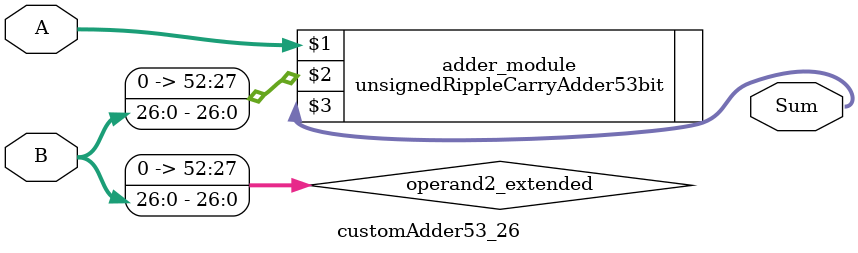
<source format=v>
module customAdder53_26(
                        input [52 : 0] A,
                        input [26 : 0] B,
                        
                        output [53 : 0] Sum
                );

        wire [52 : 0] operand2_extended;
        
        assign operand2_extended =  {26'b0, B};
        
        unsignedRippleCarryAdder53bit adder_module(
            A,
            operand2_extended,
            Sum
        );
        
        endmodule
        
</source>
